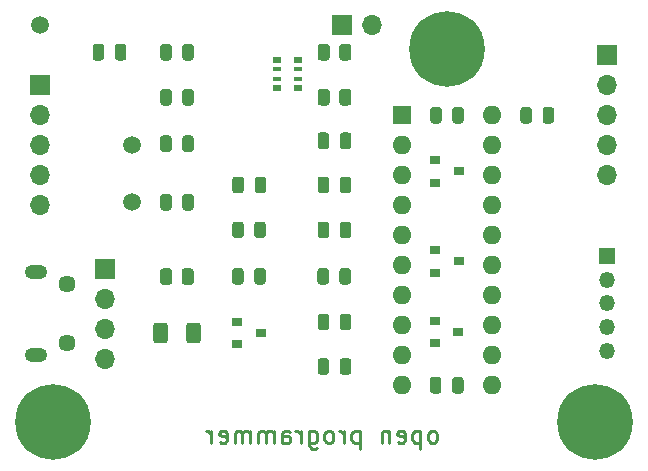
<source format=gbr>
From 83a9b03f5b9c5749a1ea8c1fd58307430c897b7d Mon Sep 17 00:00:00 2001
From: Attila Veghelyi <works@veghelyiattila.hu>
Date: Sun, 27 Aug 2023 15:36:23 +0200
Subject: Add PCB schematic and gerber files

---
 pcb/gerber/oprog_minimal-B_Mask.gbr | 1350 +++++++++++++++++++++++++++++++++++
 1 file changed, 1350 insertions(+)
 create mode 100644 pcb/gerber/oprog_minimal-B_Mask.gbr

(limited to 'pcb/gerber/oprog_minimal-B_Mask.gbr')

diff --git a/pcb/gerber/oprog_minimal-B_Mask.gbr b/pcb/gerber/oprog_minimal-B_Mask.gbr
new file mode 100644
index 0000000..acd9d70
--- /dev/null
+++ b/pcb/gerber/oprog_minimal-B_Mask.gbr
@@ -0,0 +1,1350 @@
+G04 #@! TF.GenerationSoftware,KiCad,Pcbnew,5.1.9+dfsg1-1+deb11u1*
+G04 #@! TF.CreationDate,2023-08-08T20:31:31+02:00*
+G04 #@! TF.ProjectId,oprog_minimal,6f70726f-675f-46d6-996e-696d616c2e6b,rev?*
+G04 #@! TF.SameCoordinates,PXa8d62b0PY5f13998*
+G04 #@! TF.FileFunction,Soldermask,Bot*
+G04 #@! TF.FilePolarity,Negative*
+%FSLAX46Y46*%
+G04 Gerber Fmt 4.6, Leading zero omitted, Abs format (unit mm)*
+G04 Created by KiCad (PCBNEW 5.1.9+dfsg1-1+deb11u1) date 2023-08-08 20:31:31*
+%MOMM*%
+%LPD*%
+G01*
+G04 APERTURE LIST*
+%ADD10C,0.250000*%
+%ADD11R,0.900000X0.800000*%
+%ADD12R,0.800000X0.500000*%
+%ADD13R,0.800000X0.400000*%
+%ADD14C,0.800000*%
+%ADD15C,6.400000*%
+%ADD16O,1.700000X1.700000*%
+%ADD17R,1.700000X1.700000*%
+%ADD18O,1.350000X1.350000*%
+%ADD19R,1.350000X1.350000*%
+%ADD20O,1.900000X1.200000*%
+%ADD21C,1.450000*%
+%ADD22C,1.500000*%
+%ADD23O,1.600000X1.600000*%
+%ADD24R,1.600000X1.600000*%
+G04 APERTURE END LIST*
+D10*
+X35844571Y-36873571D02*
+X35987428Y-36802142D01*
+X36058857Y-36730714D01*
+X36130285Y-36587857D01*
+X36130285Y-36159285D01*
+X36058857Y-36016428D01*
+X35987428Y-35945000D01*
+X35844571Y-35873571D01*
+X35630285Y-35873571D01*
+X35487428Y-35945000D01*
+X35416000Y-36016428D01*
+X35344571Y-36159285D01*
+X35344571Y-36587857D01*
+X35416000Y-36730714D01*
+X35487428Y-36802142D01*
+X35630285Y-36873571D01*
+X35844571Y-36873571D01*
+X34701714Y-35873571D02*
+X34701714Y-37373571D01*
+X34701714Y-35945000D02*
+X34558857Y-35873571D01*
+X34273142Y-35873571D01*
+X34130285Y-35945000D01*
+X34058857Y-36016428D01*
+X33987428Y-36159285D01*
+X33987428Y-36587857D01*
+X34058857Y-36730714D01*
+X34130285Y-36802142D01*
+X34273142Y-36873571D01*
+X34558857Y-36873571D01*
+X34701714Y-36802142D01*
+X32773142Y-36802142D02*
+X32916000Y-36873571D01*
+X33201714Y-36873571D01*
+X33344571Y-36802142D01*
+X33416000Y-36659285D01*
+X33416000Y-36087857D01*
+X33344571Y-35945000D01*
+X33201714Y-35873571D01*
+X32916000Y-35873571D01*
+X32773142Y-35945000D01*
+X32701714Y-36087857D01*
+X32701714Y-36230714D01*
+X33416000Y-36373571D01*
+X32058857Y-35873571D02*
+X32058857Y-36873571D01*
+X32058857Y-36016428D02*
+X31987428Y-35945000D01*
+X31844571Y-35873571D01*
+X31630285Y-35873571D01*
+X31487428Y-35945000D01*
+X31416000Y-36087857D01*
+X31416000Y-36873571D01*
+X29558857Y-35873571D02*
+X29558857Y-37373571D01*
+X29558857Y-35945000D02*
+X29416000Y-35873571D01*
+X29130285Y-35873571D01*
+X28987428Y-35945000D01*
+X28916000Y-36016428D01*
+X28844571Y-36159285D01*
+X28844571Y-36587857D01*
+X28916000Y-36730714D01*
+X28987428Y-36802142D01*
+X29130285Y-36873571D01*
+X29416000Y-36873571D01*
+X29558857Y-36802142D01*
+X28201714Y-36873571D02*
+X28201714Y-35873571D01*
+X28201714Y-36159285D02*
+X28130285Y-36016428D01*
+X28058857Y-35945000D01*
+X27916000Y-35873571D01*
+X27773142Y-35873571D01*
+X27058857Y-36873571D02*
+X27201714Y-36802142D01*
+X27273142Y-36730714D01*
+X27344571Y-36587857D01*
+X27344571Y-36159285D01*
+X27273142Y-36016428D01*
+X27201714Y-35945000D01*
+X27058857Y-35873571D01*
+X26844571Y-35873571D01*
+X26701714Y-35945000D01*
+X26630285Y-36016428D01*
+X26558857Y-36159285D01*
+X26558857Y-36587857D01*
+X26630285Y-36730714D01*
+X26701714Y-36802142D01*
+X26844571Y-36873571D01*
+X27058857Y-36873571D01*
+X25273142Y-35873571D02*
+X25273142Y-37087857D01*
+X25344571Y-37230714D01*
+X25416000Y-37302142D01*
+X25558857Y-37373571D01*
+X25773142Y-37373571D01*
+X25916000Y-37302142D01*
+X25273142Y-36802142D02*
+X25416000Y-36873571D01*
+X25701714Y-36873571D01*
+X25844571Y-36802142D01*
+X25916000Y-36730714D01*
+X25987428Y-36587857D01*
+X25987428Y-36159285D01*
+X25916000Y-36016428D01*
+X25844571Y-35945000D01*
+X25701714Y-35873571D01*
+X25416000Y-35873571D01*
+X25273142Y-35945000D01*
+X24558857Y-36873571D02*
+X24558857Y-35873571D01*
+X24558857Y-36159285D02*
+X24487428Y-36016428D01*
+X24416000Y-35945000D01*
+X24273142Y-35873571D01*
+X24130285Y-35873571D01*
+X22987428Y-36873571D02*
+X22987428Y-36087857D01*
+X23058857Y-35945000D01*
+X23201714Y-35873571D01*
+X23487428Y-35873571D01*
+X23630285Y-35945000D01*
+X22987428Y-36802142D02*
+X23130285Y-36873571D01*
+X23487428Y-36873571D01*
+X23630285Y-36802142D01*
+X23701714Y-36659285D01*
+X23701714Y-36516428D01*
+X23630285Y-36373571D01*
+X23487428Y-36302142D01*
+X23130285Y-36302142D01*
+X22987428Y-36230714D01*
+X22273142Y-36873571D02*
+X22273142Y-35873571D01*
+X22273142Y-36016428D02*
+X22201714Y-35945000D01*
+X22058857Y-35873571D01*
+X21844571Y-35873571D01*
+X21701714Y-35945000D01*
+X21630285Y-36087857D01*
+X21630285Y-36873571D01*
+X21630285Y-36087857D02*
+X21558857Y-35945000D01*
+X21416000Y-35873571D01*
+X21201714Y-35873571D01*
+X21058857Y-35945000D01*
+X20987428Y-36087857D01*
+X20987428Y-36873571D01*
+X20273142Y-36873571D02*
+X20273142Y-35873571D01*
+X20273142Y-36016428D02*
+X20201714Y-35945000D01*
+X20058857Y-35873571D01*
+X19844571Y-35873571D01*
+X19701714Y-35945000D01*
+X19630285Y-36087857D01*
+X19630285Y-36873571D01*
+X19630285Y-36087857D02*
+X19558857Y-35945000D01*
+X19416000Y-35873571D01*
+X19201714Y-35873571D01*
+X19058857Y-35945000D01*
+X18987428Y-36087857D01*
+X18987428Y-36873571D01*
+X17701714Y-36802142D02*
+X17844571Y-36873571D01*
+X18130285Y-36873571D01*
+X18273142Y-36802142D01*
+X18344571Y-36659285D01*
+X18344571Y-36087857D01*
+X18273142Y-35945000D01*
+X18130285Y-35873571D01*
+X17844571Y-35873571D01*
+X17701714Y-35945000D01*
+X17630285Y-36087857D01*
+X17630285Y-36230714D01*
+X18344571Y-36373571D01*
+X16987428Y-36873571D02*
+X16987428Y-35873571D01*
+X16987428Y-36159285D02*
+X16916000Y-36016428D01*
+X16844571Y-35945000D01*
+X16701714Y-35873571D01*
+X16558857Y-35873571D01*
+G36*
+G01*
+X14497000Y-23259201D02*
+X14497000Y-22359199D01*
+G75*
+G02*
+X14746999Y-22109200I249999J0D01*
+G01*
+X15272001Y-22109200D01*
+G75*
+G02*
+X15522000Y-22359199I0J-249999D01*
+G01*
+X15522000Y-23259201D01*
+G75*
+G02*
+X15272001Y-23509200I-249999J0D01*
+G01*
+X14746999Y-23509200D01*
+G75*
+G02*
+X14497000Y-23259201I0J249999D01*
+G01*
+G37*
+G36*
+G01*
+X12672000Y-23259201D02*
+X12672000Y-22359199D01*
+G75*
+G02*
+X12921999Y-22109200I249999J0D01*
+G01*
+X13447001Y-22109200D01*
+G75*
+G02*
+X13697000Y-22359199I0J-249999D01*
+G01*
+X13697000Y-23259201D01*
+G75*
+G02*
+X13447001Y-23509200I-249999J0D01*
+G01*
+X12921999Y-23509200D01*
+G75*
+G02*
+X12672000Y-23259201I0J249999D01*
+G01*
+G37*
+G36*
+G01*
+X27832000Y-8070002D02*
+X27832000Y-7169998D01*
+G75*
+G02*
+X28081998Y-6920000I249998J0D01*
+G01*
+X28607002Y-6920000D01*
+G75*
+G02*
+X28857000Y-7169998I0J-249998D01*
+G01*
+X28857000Y-8070002D01*
+G75*
+G02*
+X28607002Y-8320000I-249998J0D01*
+G01*
+X28081998Y-8320000D01*
+G75*
+G02*
+X27832000Y-8070002I0J249998D01*
+G01*
+G37*
+G36*
+G01*
+X26007000Y-8070002D02*
+X26007000Y-7169998D01*
+G75*
+G02*
+X26256998Y-6920000I249998J0D01*
+G01*
+X26782002Y-6920000D01*
+G75*
+G02*
+X27032000Y-7169998I0J-249998D01*
+G01*
+X27032000Y-8070002D01*
+G75*
+G02*
+X26782002Y-8320000I-249998J0D01*
+G01*
+X26256998Y-8320000D01*
+G75*
+G02*
+X26007000Y-8070002I0J249998D01*
+G01*
+G37*
+G36*
+G01*
+X27032000Y-3359998D02*
+X27032000Y-4260002D01*
+G75*
+G02*
+X26782002Y-4510000I-249998J0D01*
+G01*
+X26256998Y-4510000D01*
+G75*
+G02*
+X26007000Y-4260002I0J249998D01*
+G01*
+X26007000Y-3359998D01*
+G75*
+G02*
+X26256998Y-3110000I249998J0D01*
+G01*
+X26782002Y-3110000D01*
+G75*
+G02*
+X27032000Y-3359998I0J-249998D01*
+G01*
+G37*
+G36*
+G01*
+X28857000Y-3359998D02*
+X28857000Y-4260002D01*
+G75*
+G02*
+X28607002Y-4510000I-249998J0D01*
+G01*
+X28081998Y-4510000D01*
+G75*
+G02*
+X27832000Y-4260002I0J249998D01*
+G01*
+X27832000Y-3359998D01*
+G75*
+G02*
+X28081998Y-3110000I249998J0D01*
+G01*
+X28607002Y-3110000D01*
+G75*
+G02*
+X28857000Y-3359998I0J-249998D01*
+G01*
+G37*
+D11*
+X37957000Y-21513800D03*
+X35957000Y-20563800D03*
+X35957000Y-22463800D03*
+D12*
+X24344200Y-4438800D03*
+D13*
+X24344200Y-5238800D03*
+D12*
+X24344200Y-6838800D03*
+D13*
+X24344200Y-6038800D03*
+D12*
+X22544200Y-4438800D03*
+D13*
+X22544200Y-6038800D03*
+X22544200Y-5238800D03*
+D12*
+X22544200Y-6838800D03*
+G36*
+G01*
+X36481600Y-31547750D02*
+X36481600Y-32460250D01*
+G75*
+G02*
+X36237850Y-32704000I-243750J0D01*
+G01*
+X35750350Y-32704000D01*
+G75*
+G02*
+X35506600Y-32460250I0J243750D01*
+G01*
+X35506600Y-31547750D01*
+G75*
+G02*
+X35750350Y-31304000I243750J0D01*
+G01*
+X36237850Y-31304000D01*
+G75*
+G02*
+X36481600Y-31547750I0J-243750D01*
+G01*
+G37*
+G36*
+G01*
+X38356600Y-31547750D02*
+X38356600Y-32460250D01*
+G75*
+G02*
+X38112850Y-32704000I-243750J0D01*
+G01*
+X37625350Y-32704000D01*
+G75*
+G02*
+X37381600Y-32460250I0J243750D01*
+G01*
+X37381600Y-31547750D01*
+G75*
+G02*
+X37625350Y-31304000I243750J0D01*
+G01*
+X38112850Y-31304000D01*
+G75*
+G02*
+X38356600Y-31547750I0J-243750D01*
+G01*
+G37*
+G36*
+G01*
+X26982000Y-10846750D02*
+X26982000Y-11759250D01*
+G75*
+G02*
+X26738250Y-12003000I-243750J0D01*
+G01*
+X26250750Y-12003000D01*
+G75*
+G02*
+X26007000Y-11759250I0J243750D01*
+G01*
+X26007000Y-10846750D01*
+G75*
+G02*
+X26250750Y-10603000I243750J0D01*
+G01*
+X26738250Y-10603000D01*
+G75*
+G02*
+X26982000Y-10846750I0J-243750D01*
+G01*
+G37*
+G36*
+G01*
+X28857000Y-10846750D02*
+X28857000Y-11759250D01*
+G75*
+G02*
+X28613250Y-12003000I-243750J0D01*
+G01*
+X28125750Y-12003000D01*
+G75*
+G02*
+X27882000Y-11759250I0J243750D01*
+G01*
+X27882000Y-10846750D01*
+G75*
+G02*
+X28125750Y-10603000I243750J0D01*
+G01*
+X28613250Y-10603000D01*
+G75*
+G02*
+X28857000Y-10846750I0J-243750D01*
+G01*
+G37*
+D14*
+X38654056Y-1858944D03*
+X36957000Y-1156000D03*
+X35259944Y-1858944D03*
+X34557000Y-3556000D03*
+X35259944Y-5253056D03*
+X36957000Y-5956000D03*
+X38654056Y-5253056D03*
+X39357000Y-3556000D03*
+D15*
+X36957000Y-3556000D03*
+D14*
+X51163556Y-33418444D03*
+X49466500Y-32715500D03*
+X47769444Y-33418444D03*
+X47066500Y-35115500D03*
+X47769444Y-36812556D03*
+X49466500Y-37515500D03*
+X51163556Y-36812556D03*
+X51866500Y-35115500D03*
+D15*
+X49466500Y-35115500D03*
+D14*
+X5316556Y-33418444D03*
+X3619500Y-32715500D03*
+X1922444Y-33418444D03*
+X1219500Y-35115500D03*
+X1922444Y-36812556D03*
+X3619500Y-37515500D03*
+X5316556Y-36812556D03*
+X6019500Y-35115500D03*
+D15*
+X3619500Y-35115500D03*
+G36*
+G01*
+X13322000Y-26959400D02*
+X13322000Y-28209400D01*
+G75*
+G02*
+X13072000Y-28459400I-250000J0D01*
+G01*
+X12322000Y-28459400D01*
+G75*
+G02*
+X12072000Y-28209400I0J250000D01*
+G01*
+X12072000Y-26959400D01*
+G75*
+G02*
+X12322000Y-26709400I250000J0D01*
+G01*
+X13072000Y-26709400D01*
+G75*
+G02*
+X13322000Y-26959400I0J-250000D01*
+G01*
+G37*
+G36*
+G01*
+X16122000Y-26959400D02*
+X16122000Y-28209400D01*
+G75*
+G02*
+X15872000Y-28459400I-250000J0D01*
+G01*
+X15122000Y-28459400D01*
+G75*
+G02*
+X14872000Y-28209400I0J250000D01*
+G01*
+X14872000Y-26959400D01*
+G75*
+G02*
+X15122000Y-26709400I250000J0D01*
+G01*
+X15872000Y-26709400D01*
+G75*
+G02*
+X16122000Y-26959400I0J-250000D01*
+G01*
+G37*
+D16*
+X30607000Y-1524000D03*
+D17*
+X28067000Y-1524000D03*
+D18*
+X50546000Y-29082000D03*
+X50546000Y-27082000D03*
+X50546000Y-25082000D03*
+X50546000Y-23082000D03*
+D19*
+X50546000Y-21082000D03*
+D16*
+X8001000Y-29781500D03*
+X8001000Y-27241500D03*
+X8001000Y-24701500D03*
+D17*
+X8001000Y-22161500D03*
+D20*
+X2126000Y-29456500D03*
+X2126000Y-22456500D03*
+D21*
+X4826000Y-28456500D03*
+X4826000Y-23456500D03*
+D22*
+X2540000Y-1524000D03*
+G36*
+G01*
+X19743000Y-18390550D02*
+X19743000Y-19303050D01*
+G75*
+G02*
+X19499250Y-19546800I-243750J0D01*
+G01*
+X19011750Y-19546800D01*
+G75*
+G02*
+X18768000Y-19303050I0J243750D01*
+G01*
+X18768000Y-18390550D01*
+G75*
+G02*
+X19011750Y-18146800I243750J0D01*
+G01*
+X19499250Y-18146800D01*
+G75*
+G02*
+X19743000Y-18390550I0J-243750D01*
+G01*
+G37*
+G36*
+G01*
+X21618000Y-18390550D02*
+X21618000Y-19303050D01*
+G75*
+G02*
+X21374250Y-19546800I-243750J0D01*
+G01*
+X20886750Y-19546800D01*
+G75*
+G02*
+X20643000Y-19303050I0J243750D01*
+G01*
+X20643000Y-18390550D01*
+G75*
+G02*
+X20886750Y-18146800I243750J0D01*
+G01*
+X21374250Y-18146800D01*
+G75*
+G02*
+X21618000Y-18390550I0J-243750D01*
+G01*
+G37*
+G36*
+G01*
+X26982000Y-29960250D02*
+X26982000Y-30872750D01*
+G75*
+G02*
+X26738250Y-31116500I-243750J0D01*
+G01*
+X26250750Y-31116500D01*
+G75*
+G02*
+X26007000Y-30872750I0J243750D01*
+G01*
+X26007000Y-29960250D01*
+G75*
+G02*
+X26250750Y-29716500I243750J0D01*
+G01*
+X26738250Y-29716500D01*
+G75*
+G02*
+X26982000Y-29960250I0J-243750D01*
+G01*
+G37*
+G36*
+G01*
+X28857000Y-29960250D02*
+X28857000Y-30872750D01*
+G75*
+G02*
+X28613250Y-31116500I-243750J0D01*
+G01*
+X28125750Y-31116500D01*
+G75*
+G02*
+X27882000Y-30872750I0J243750D01*
+G01*
+X27882000Y-29960250D01*
+G75*
+G02*
+X28125750Y-29716500I243750J0D01*
+G01*
+X28613250Y-29716500D01*
+G75*
+G02*
+X28857000Y-29960250I0J-243750D01*
+G01*
+G37*
+G36*
+G01*
+X37407000Y-9600250D02*
+X37407000Y-8687750D01*
+G75*
+G02*
+X37650750Y-8444000I243750J0D01*
+G01*
+X38138250Y-8444000D01*
+G75*
+G02*
+X38382000Y-8687750I0J-243750D01*
+G01*
+X38382000Y-9600250D01*
+G75*
+G02*
+X38138250Y-9844000I-243750J0D01*
+G01*
+X37650750Y-9844000D01*
+G75*
+G02*
+X37407000Y-9600250I0J243750D01*
+G01*
+G37*
+G36*
+G01*
+X35532000Y-9600250D02*
+X35532000Y-8687750D01*
+G75*
+G02*
+X35775750Y-8444000I243750J0D01*
+G01*
+X36263250Y-8444000D01*
+G75*
+G02*
+X36507000Y-8687750I0J-243750D01*
+G01*
+X36507000Y-9600250D01*
+G75*
+G02*
+X36263250Y-9844000I-243750J0D01*
+G01*
+X35775750Y-9844000D01*
+G75*
+G02*
+X35532000Y-9600250I0J243750D01*
+G01*
+G37*
+G36*
+G01*
+X20668400Y-15505750D02*
+X20668400Y-14593250D01*
+G75*
+G02*
+X20912150Y-14349500I243750J0D01*
+G01*
+X21399650Y-14349500D01*
+G75*
+G02*
+X21643400Y-14593250I0J-243750D01*
+G01*
+X21643400Y-15505750D01*
+G75*
+G02*
+X21399650Y-15749500I-243750J0D01*
+G01*
+X20912150Y-15749500D01*
+G75*
+G02*
+X20668400Y-15505750I0J243750D01*
+G01*
+G37*
+G36*
+G01*
+X18793400Y-15505750D02*
+X18793400Y-14593250D01*
+G75*
+G02*
+X19037150Y-14349500I243750J0D01*
+G01*
+X19524650Y-14349500D01*
+G75*
+G02*
+X19768400Y-14593250I0J-243750D01*
+G01*
+X19768400Y-15505750D01*
+G75*
+G02*
+X19524650Y-15749500I-243750J0D01*
+G01*
+X19037150Y-15749500D01*
+G75*
+G02*
+X18793400Y-15505750I0J243750D01*
+G01*
+G37*
+G36*
+G01*
+X27882000Y-15493050D02*
+X27882000Y-14580550D01*
+G75*
+G02*
+X28125750Y-14336800I243750J0D01*
+G01*
+X28613250Y-14336800D01*
+G75*
+G02*
+X28857000Y-14580550I0J-243750D01*
+G01*
+X28857000Y-15493050D01*
+G75*
+G02*
+X28613250Y-15736800I-243750J0D01*
+G01*
+X28125750Y-15736800D01*
+G75*
+G02*
+X27882000Y-15493050I0J243750D01*
+G01*
+G37*
+G36*
+G01*
+X26007000Y-15493050D02*
+X26007000Y-14580550D01*
+G75*
+G02*
+X26250750Y-14336800I243750J0D01*
+G01*
+X26738250Y-14336800D01*
+G75*
+G02*
+X26982000Y-14580550I0J-243750D01*
+G01*
+X26982000Y-15493050D01*
+G75*
+G02*
+X26738250Y-15736800I-243750J0D01*
+G01*
+X26250750Y-15736800D01*
+G75*
+G02*
+X26007000Y-15493050I0J243750D01*
+G01*
+G37*
+G36*
+G01*
+X13647000Y-11100750D02*
+X13647000Y-12013250D01*
+G75*
+G02*
+X13403250Y-12257000I-243750J0D01*
+G01*
+X12915750Y-12257000D01*
+G75*
+G02*
+X12672000Y-12013250I0J243750D01*
+G01*
+X12672000Y-11100750D01*
+G75*
+G02*
+X12915750Y-10857000I243750J0D01*
+G01*
+X13403250Y-10857000D01*
+G75*
+G02*
+X13647000Y-11100750I0J-243750D01*
+G01*
+G37*
+G36*
+G01*
+X15522000Y-11100750D02*
+X15522000Y-12013250D01*
+G75*
+G02*
+X15278250Y-12257000I-243750J0D01*
+G01*
+X14790750Y-12257000D01*
+G75*
+G02*
+X14547000Y-12013250I0J243750D01*
+G01*
+X14547000Y-11100750D01*
+G75*
+G02*
+X14790750Y-10857000I243750J0D01*
+G01*
+X15278250Y-10857000D01*
+G75*
+G02*
+X15522000Y-11100750I0J-243750D01*
+G01*
+G37*
+G36*
+G01*
+X13647000Y-16053750D02*
+X13647000Y-16966250D01*
+G75*
+G02*
+X13403250Y-17210000I-243750J0D01*
+G01*
+X12915750Y-17210000D01*
+G75*
+G02*
+X12672000Y-16966250I0J243750D01*
+G01*
+X12672000Y-16053750D01*
+G75*
+G02*
+X12915750Y-15810000I243750J0D01*
+G01*
+X13403250Y-15810000D01*
+G75*
+G02*
+X13647000Y-16053750I0J-243750D01*
+G01*
+G37*
+G36*
+G01*
+X15522000Y-16053750D02*
+X15522000Y-16966250D01*
+G75*
+G02*
+X15278250Y-17210000I-243750J0D01*
+G01*
+X14790750Y-17210000D01*
+G75*
+G02*
+X14547000Y-16966250I0J243750D01*
+G01*
+X14547000Y-16053750D01*
+G75*
+G02*
+X14790750Y-15810000I243750J0D01*
+G01*
+X15278250Y-15810000D01*
+G75*
+G02*
+X15522000Y-16053750I0J-243750D01*
+G01*
+G37*
+D16*
+X2540000Y-16764000D03*
+X2540000Y-14224000D03*
+X2540000Y-11684000D03*
+X2540000Y-9144000D03*
+D17*
+X2540000Y-6604000D03*
+D16*
+X50546000Y-14224000D03*
+X50546000Y-11684000D03*
+X50546000Y-9144000D03*
+X50546000Y-6604000D03*
+D17*
+X50546000Y-4064000D03*
+G36*
+G01*
+X26982000Y-26188350D02*
+X26982000Y-27100850D01*
+G75*
+G02*
+X26738250Y-27344600I-243750J0D01*
+G01*
+X26250750Y-27344600D01*
+G75*
+G02*
+X26007000Y-27100850I0J243750D01*
+G01*
+X26007000Y-26188350D01*
+G75*
+G02*
+X26250750Y-25944600I243750J0D01*
+G01*
+X26738250Y-25944600D01*
+G75*
+G02*
+X26982000Y-26188350I0J-243750D01*
+G01*
+G37*
+G36*
+G01*
+X28857000Y-26188350D02*
+X28857000Y-27100850D01*
+G75*
+G02*
+X28613250Y-27344600I-243750J0D01*
+G01*
+X28125750Y-27344600D01*
+G75*
+G02*
+X27882000Y-27100850I0J243750D01*
+G01*
+X27882000Y-26188350D01*
+G75*
+G02*
+X28125750Y-25944600I243750J0D01*
+G01*
+X28613250Y-25944600D01*
+G75*
+G02*
+X28857000Y-26188350I0J-243750D01*
+G01*
+G37*
+D11*
+X37957000Y-13893800D03*
+X35957000Y-12943800D03*
+X35957000Y-14843800D03*
+X37931600Y-27508200D03*
+X35931600Y-26558200D03*
+X35931600Y-28458200D03*
+X21218400Y-27559000D03*
+X19218400Y-26609000D03*
+X19218400Y-28509000D03*
+G36*
+G01*
+X26982000Y-18390550D02*
+X26982000Y-19303050D01*
+G75*
+G02*
+X26738250Y-19546800I-243750J0D01*
+G01*
+X26250750Y-19546800D01*
+G75*
+G02*
+X26007000Y-19303050I0J243750D01*
+G01*
+X26007000Y-18390550D01*
+G75*
+G02*
+X26250750Y-18146800I243750J0D01*
+G01*
+X26738250Y-18146800D01*
+G75*
+G02*
+X26982000Y-18390550I0J-243750D01*
+G01*
+G37*
+G36*
+G01*
+X28857000Y-18390550D02*
+X28857000Y-19303050D01*
+G75*
+G02*
+X28613250Y-19546800I-243750J0D01*
+G01*
+X28125750Y-19546800D01*
+G75*
+G02*
+X27882000Y-19303050I0J243750D01*
+G01*
+X27882000Y-18390550D01*
+G75*
+G02*
+X28125750Y-18146800I243750J0D01*
+G01*
+X28613250Y-18146800D01*
+G75*
+G02*
+X28857000Y-18390550I0J-243750D01*
+G01*
+G37*
+G36*
+G01*
+X27856600Y-23240050D02*
+X27856600Y-22327550D01*
+G75*
+G02*
+X28100350Y-22083800I243750J0D01*
+G01*
+X28587850Y-22083800D01*
+G75*
+G02*
+X28831600Y-22327550I0J-243750D01*
+G01*
+X28831600Y-23240050D01*
+G75*
+G02*
+X28587850Y-23483800I-243750J0D01*
+G01*
+X28100350Y-23483800D01*
+G75*
+G02*
+X27856600Y-23240050I0J243750D01*
+G01*
+G37*
+G36*
+G01*
+X25981600Y-23240050D02*
+X25981600Y-22327550D01*
+G75*
+G02*
+X26225350Y-22083800I243750J0D01*
+G01*
+X26712850Y-22083800D01*
+G75*
+G02*
+X26956600Y-22327550I0J-243750D01*
+G01*
+X26956600Y-23240050D01*
+G75*
+G02*
+X26712850Y-23483800I-243750J0D01*
+G01*
+X26225350Y-23483800D01*
+G75*
+G02*
+X25981600Y-23240050I0J243750D01*
+G01*
+G37*
+G36*
+G01*
+X44152400Y-8687750D02*
+X44152400Y-9600250D01*
+G75*
+G02*
+X43908650Y-9844000I-243750J0D01*
+G01*
+X43421150Y-9844000D01*
+G75*
+G02*
+X43177400Y-9600250I0J243750D01*
+G01*
+X43177400Y-8687750D01*
+G75*
+G02*
+X43421150Y-8444000I243750J0D01*
+G01*
+X43908650Y-8444000D01*
+G75*
+G02*
+X44152400Y-8687750I0J-243750D01*
+G01*
+G37*
+G36*
+G01*
+X46027400Y-8687750D02*
+X46027400Y-9600250D01*
+G75*
+G02*
+X45783650Y-9844000I-243750J0D01*
+G01*
+X45296150Y-9844000D01*
+G75*
+G02*
+X45052400Y-9600250I0J243750D01*
+G01*
+X45052400Y-8687750D01*
+G75*
+G02*
+X45296150Y-8444000I243750J0D01*
+G01*
+X45783650Y-8444000D01*
+G75*
+G02*
+X46027400Y-8687750I0J-243750D01*
+G01*
+G37*
+G36*
+G01*
+X8832000Y-4266250D02*
+X8832000Y-3353750D01*
+G75*
+G02*
+X9075750Y-3110000I243750J0D01*
+G01*
+X9563250Y-3110000D01*
+G75*
+G02*
+X9807000Y-3353750I0J-243750D01*
+G01*
+X9807000Y-4266250D01*
+G75*
+G02*
+X9563250Y-4510000I-243750J0D01*
+G01*
+X9075750Y-4510000D01*
+G75*
+G02*
+X8832000Y-4266250I0J243750D01*
+G01*
+G37*
+G36*
+G01*
+X6957000Y-4266250D02*
+X6957000Y-3353750D01*
+G75*
+G02*
+X7200750Y-3110000I243750J0D01*
+G01*
+X7688250Y-3110000D01*
+G75*
+G02*
+X7932000Y-3353750I0J-243750D01*
+G01*
+X7932000Y-4266250D01*
+G75*
+G02*
+X7688250Y-4510000I-243750J0D01*
+G01*
+X7200750Y-4510000D01*
+G75*
+G02*
+X6957000Y-4266250I0J243750D01*
+G01*
+G37*
+G36*
+G01*
+X20643000Y-23240050D02*
+X20643000Y-22327550D01*
+G75*
+G02*
+X20886750Y-22083800I243750J0D01*
+G01*
+X21374250Y-22083800D01*
+G75*
+G02*
+X21618000Y-22327550I0J-243750D01*
+G01*
+X21618000Y-23240050D01*
+G75*
+G02*
+X21374250Y-23483800I-243750J0D01*
+G01*
+X20886750Y-23483800D01*
+G75*
+G02*
+X20643000Y-23240050I0J243750D01*
+G01*
+G37*
+G36*
+G01*
+X18768000Y-23240050D02*
+X18768000Y-22327550D01*
+G75*
+G02*
+X19011750Y-22083800I243750J0D01*
+G01*
+X19499250Y-22083800D01*
+G75*
+G02*
+X19743000Y-22327550I0J-243750D01*
+G01*
+X19743000Y-23240050D01*
+G75*
+G02*
+X19499250Y-23483800I-243750J0D01*
+G01*
+X19011750Y-23483800D01*
+G75*
+G02*
+X18768000Y-23240050I0J243750D01*
+G01*
+G37*
+G36*
+G01*
+X13647000Y-3353750D02*
+X13647000Y-4266250D01*
+G75*
+G02*
+X13403250Y-4510000I-243750J0D01*
+G01*
+X12915750Y-4510000D01*
+G75*
+G02*
+X12672000Y-4266250I0J243750D01*
+G01*
+X12672000Y-3353750D01*
+G75*
+G02*
+X12915750Y-3110000I243750J0D01*
+G01*
+X13403250Y-3110000D01*
+G75*
+G02*
+X13647000Y-3353750I0J-243750D01*
+G01*
+G37*
+G36*
+G01*
+X15522000Y-3353750D02*
+X15522000Y-4266250D01*
+G75*
+G02*
+X15278250Y-4510000I-243750J0D01*
+G01*
+X14790750Y-4510000D01*
+G75*
+G02*
+X14547000Y-4266250I0J243750D01*
+G01*
+X14547000Y-3353750D01*
+G75*
+G02*
+X14790750Y-3110000I243750J0D01*
+G01*
+X15278250Y-3110000D01*
+G75*
+G02*
+X15522000Y-3353750I0J-243750D01*
+G01*
+G37*
+G36*
+G01*
+X14547000Y-8076250D02*
+X14547000Y-7163750D01*
+G75*
+G02*
+X14790750Y-6920000I243750J0D01*
+G01*
+X15278250Y-6920000D01*
+G75*
+G02*
+X15522000Y-7163750I0J-243750D01*
+G01*
+X15522000Y-8076250D01*
+G75*
+G02*
+X15278250Y-8320000I-243750J0D01*
+G01*
+X14790750Y-8320000D01*
+G75*
+G02*
+X14547000Y-8076250I0J243750D01*
+G01*
+G37*
+G36*
+G01*
+X12672000Y-8076250D02*
+X12672000Y-7163750D01*
+G75*
+G02*
+X12915750Y-6920000I243750J0D01*
+G01*
+X13403250Y-6920000D01*
+G75*
+G02*
+X13647000Y-7163750I0J-243750D01*
+G01*
+X13647000Y-8076250D01*
+G75*
+G02*
+X13403250Y-8320000I-243750J0D01*
+G01*
+X12915750Y-8320000D01*
+G75*
+G02*
+X12672000Y-8076250I0J243750D01*
+G01*
+G37*
+D23*
+X40767000Y-9144000D03*
+X33147000Y-32004000D03*
+X40767000Y-11684000D03*
+X33147000Y-29464000D03*
+X40767000Y-14224000D03*
+X33147000Y-26924000D03*
+X40767000Y-16764000D03*
+X33147000Y-24384000D03*
+X40767000Y-19304000D03*
+X33147000Y-21844000D03*
+X40767000Y-21844000D03*
+X33147000Y-19304000D03*
+X40767000Y-24384000D03*
+X33147000Y-16764000D03*
+X40767000Y-26924000D03*
+X33147000Y-14224000D03*
+X40767000Y-29464000D03*
+X33147000Y-11684000D03*
+X40767000Y-32004000D03*
+D24*
+X33147000Y-9144000D03*
+D22*
+X10287000Y-16513200D03*
+X10287000Y-11633200D03*
+M02*
-- 
cgit v1.2.3-54-g00ecf


</source>
